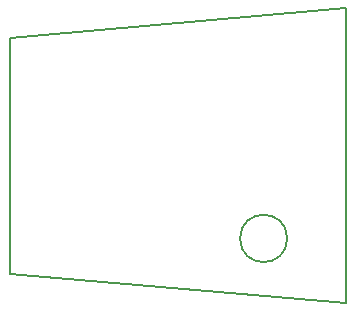
<source format=gbr>
%TF.GenerationSoftware,KiCad,Pcbnew,(6.0.5)*%
%TF.CreationDate,2023-08-08T13:15:34+01:00*%
%TF.ProjectId,Melty-daughter,4d656c74-792d-4646-9175-67687465722e,rev?*%
%TF.SameCoordinates,Original*%
%TF.FileFunction,Profile,NP*%
%FSLAX46Y46*%
G04 Gerber Fmt 4.6, Leading zero omitted, Abs format (unit mm)*
G04 Created by KiCad (PCBNEW (6.0.5)) date 2023-08-08 13:15:34*
%MOMM*%
%LPD*%
G01*
G04 APERTURE LIST*
%TA.AperFunction,Profile*%
%ADD10C,0.150000*%
%TD*%
%TA.AperFunction,Profile*%
%ADD11C,0.200000*%
%TD*%
G04 APERTURE END LIST*
D10*
X123500000Y-97000000D02*
G75*
G03*
X123500000Y-97000000I-2000000J0D01*
G01*
D11*
X128500000Y-77500000D02*
X100000000Y-80000000D01*
X100000000Y-100000000D02*
X128500000Y-102500000D01*
X100000000Y-80000000D02*
X100000000Y-100000000D01*
X128500000Y-102500000D02*
X128500000Y-77500000D01*
M02*

</source>
